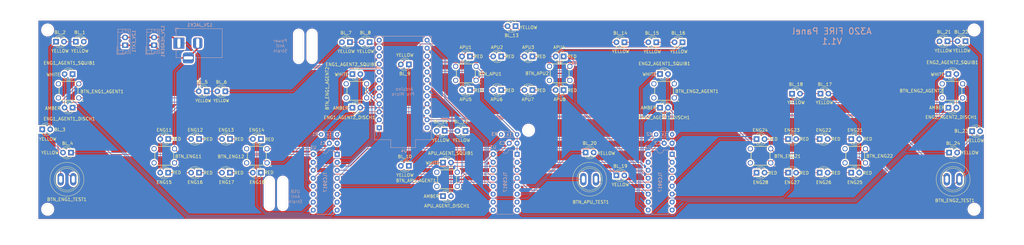
<source format=kicad_pcb>
(kicad_pcb (version 20240108) (generator "pcbnew") (generator_version "8.0")
  (title_block (title "A320 FIRE Panel") (date "2024-11-17") (rev "V1.1") (company "S.K."))
  (layers (0 "F.Cu" signal) (31 "B.Cu" signal) (34 "B.Paste" user) (35 "F.Paste" user) (36 "B.SilkS" user "B.Silkscreen") (37 "F.SilkS" user "F.Silkscreen") (38 "B.Mask" user) (39 "F.Mask" user) (44 "Edge.Cuts" user))
  (net 0 "")
  (net 1 "12V_IN")
  (net 2 "GND")
  (net 3 "APU_AGENT_DISCH")
  (net 4 "APU_AGENT_SQUIB")
  (net 5 "+5V")
  (net 6 "BL_APU_1")
  (net 7 "Net-(APU5-K)")
  (net 8 "Net-(BL_1-K)")
  (net 9 "Net-(BL_2-K)")
  (net 10 "Net-(BL_3-K)")
  (net 11 "BACKLIGHT_1")
  (net 12 "BACKLIGHT_2")
  (net 13 "Net-(BL_10-A)")
  (net 14 "Net-(BL_10-K)")
  (net 15 "Net-(BL_11-K)")
  (net 16 "BACKLIGHT_3")
  (net 17 "Net-(BL_13-K)")
  (net 18 "Net-(BL_14-K)")
  (net 19 "Net-(BL_15-K)")
  (net 20 "BACKLIGHT_4")
  (net 21 "BACKLIGHT_5")
  (net 22 "Net-(APU6-K)")
  (net 23 "ENG1_AGENT1_DISCH")
  (net 24 "ENG1_AGENT1_SQUIB")
  (net 25 "ENG1_AGENT2_DISCH")
  (net 26 "ENG1_AGENT2_SQUIB")
  (net 27 "ENG2_AGENT1_DISCH")
  (net 28 "ENG2_AGENT1_SQUIB")
  (net 29 "ENG2_AGENT2_DISCH")
  (net 30 "ENG2_AGENT2_SQUIB")
  (net 31 "BTN_ENG2_TEST")
  (net 32 "BTN_APU")
  (net 33 "BTN_ENG1_TEST")
  (net 34 "BTN_ENG2_AGENT2")
  (net 35 "BTN_APU_TEST")
  (net 37 "BTN_ENG1_AGENT2")
  (net 38 "BTN_ENG1_AGENT1")
  (net 39 "BTN_ENG2_AGENT1")
  (net 41 "BTN_APU_AGENT")
  (net 48 "Net-(U3-R-EXT)")
  (net 49 "OUT_BRT_LED")
  (net 51 "BTN_ENG2")
  (net 53 "BTN_ENG1")
  (net 57 "Net-(U2-R-EXT)")
  (net 60 "OUT_BRT_BACK")
  (net 62 "Net-(U1-R-EXT)")
  (net 71 "OSH_DOUT1")
  (net 72 "OSH_CLOCK")
  (net 73 "OSH_DATA")
  (net 74 "OSH_LATCH")
  (net 75 "OSH_DOUT2")
  (net 76 "Net-(APU1-K)")
  (net 77 "Net-(APU2-K)")
  (net 78 "Net-(APU3-K)")
  (net 79 "Net-(ENG11-K)")
  (net 80 "Net-(ENG12-K)")
  (net 81 "Net-(ENG13-K)")
  (net 82 "Net-(ENG21-K)")
  (net 83 "Net-(ENG22-K)")
  (net 84 "Net-(ENG23-K)")
  (net 85 "Net-(BL_21-K)")
  (net 86 "Net-(BL_22-K)")
  (net 87 "Net-(BL_23-K)")
  (net 88 "BACKLIGHT_6")
  (net 89 "Net-(BL_5-K)")
  (net 90 "Net-(BL_6-K)")
  (net 91 "Net-(BL_7-K)")
  (net 92 "Net-(BL_17-K)")
  (net 93 "Net-(BL_18-K)")
  (net 94 "Net-(BL_19-K)")
  (net 96 "Net-(APU7-K)")
  (net 97 "BL_APU_2")
  (net 98 "BL_ENG1_1")
  (net 103 "Net-(ENG15-K)")
  (net 104 "Net-(ENG16-K)")
  (net 105 "Net-(ENG17-K)")
  (net 106 "BL_ENG1_2")
  (net 107 "BL_ENG2_1")
  (net 108 "Net-(ENG25-K)")
  (net 109 "Net-(ENG26-K)")
  (net 110 "Net-(ENG27-K)")
  (net 111 "BL_ENG2_2")
  (footprint "LED_THT:LED_D3.0mm" (layer "F.Cu") (at 61.2394 104.5464)
    (property "Reference" "BL_3")
    (property "Value" "YELLOW")
  )
  (footprint "LED_THT:LED_D3.0mm" (layer "F.Cu") (at 111.1918 107.62 180)
    (property "Reference" "ENG12")
    (property "Value" "RED")
  )
  (footprint "LED_THT:LED_D3.0mm" (layer "F.Cu") (at 70.3884 111.9632 180)
    (property "Reference" "BL_4")
    (property "Value" "YELLOW")
  )
  (footprint "LED_THT:LED_D3.0mm" (layer "F.Cu") (at 298.7193 107.6452)
    (property "Reference" "ENG23")
    (property "Value" "RED")
  )
  (footprint "LED_THT:LED_D3.0mm" (layer "F.Cu") (at 308.7675 118.364)
    (property "Reference" "ENG26")
    (property "Value" "RED")
  )
  (footprint "LED_THT:LED_D3.0mm" (layer "F.Cu") (at 121.0236 107.62 180)
    (property "Reference" "ENG13")
    (property "Value" "RED")
  )
  (footprint "SamacSys_Parts:B3F1000" (layer "F.Cu") (at 225.9838 86.6801)
    (property "Reference" "BTN_APU2")
    (property "Value" "B3F-1055" (hide yes))
  )
  (footprint "LED_THT:LED_D3.0mm" (layer "F.Cu") (at 246.6136 76.7588 180)
    (property "Reference" "BL_14")
    (property "Value" "YELLOW")
  )
  (footprint "LED_THT:LED_D3.0mm" (layer "F.Cu") (at 349.9816 111.9632)
    (property "Reference" "BL_24")
    (property "Value" "YELLOW")
  )
  (footprint "LED_THT:LED_D3.0mm" (layer "F.Cu") (at 177.9574 83.82 180)
    (property "Reference" "BL_9")
    (property "Value" "YELLOW")
  )
  (footprint "SamacSys_Parts:B3F1000" (layer "F.Cu") (at 320.0936 112.9945)
    (property "Reference" "BTN_ENG22")
    (property "Value" "B3F-1055" (hide yes))
  )
  (footprint "LED_THT:LED_D3.0mm" (layer "F.Cu") (at 71.9278 76.581)
    (property "Reference" "BL_1")
    (property "Value" "YELLOW")
  )
  (footprint "LED_THT:LED_D3.0mm" (layer "F.Cu") (at 298.7193 118.364)
    (property "Reference" "ENG27")
    (property "Value" "RED")
  )
  (footprint "LED_THT:LED_D3.0mm" (layer "F.Cu") (at 207.3765 81.28 180)
    (property "Reference" "APU2")
    (property "Value" "RED")
  )
  (footprint "LED_THT:LED_D3.0mm" (layer "F.Cu") (at 349.758 86.8934)
    (property "Reference" "ENG2_AGENT2_SQUIB1")
    (property "Value" "WHITE")
  )
  (footprint "SamacSys_Parts:B3F1000" (layer "F.Cu") (at 351.0292 92.2634)
    (property "Reference" "BTN_ENG2_AGENT2")
    (property "Value" "B3F-1055" (hide yes))
  )
  (footprint "LED_THT:LED_D3.0mm" (layer "F.Cu") (at 165.481 76.7334 180)
    (property "Reference" "BL_8")
    (property "Value" "YELLOW")
  )
  (footprint "LED_THT:LED_D3.0mm" (layer "F.Cu") (at 318.8158 107.6452)
    (property "Reference" "ENG21")
    (property "Value" "RED")
  )
  (footprint "LED_THT:LED_D3.0mm" (layer "F.Cu") (at 308.7675 107.6452)
    (property "Reference" "ENG22")
    (property "Value" "RED")
  )
  (footprint "SamacSys_Parts:B3F1000" (layer "F.Cu") (at 161.2646 92.2634)
    (property "Reference" "BTN_ENG1_AGENT2")
    (property "Value" "B3F-1055" (hide yes))
  )
  (footprint "LED_THT:LED_D3.0mm" (layer "F.Cu") (at 188.844 125.857)
    (property "Reference" "APU_AGENT_DISCH1")
    (property "Value" "AMBER")
  )
  (footprint "LED_THT:LED_D3.0mm" (layer "F.Cu") (at 227.251 81.28 180)
    (property "Reference" "APU4")
    (property "Value" "RED")
  )
  (footprint "LED_THT:LED_D3.0mm" (layer "F.Cu") (at 349.4582 76.454 180)
    (property "Reference" "BL_21")
    (property "Value" "YELLOW")
  )
  (footprint "LED_THT:LED_D3.0mm" (layer "F.Cu") (at 207.3765 92.0089 180)
    (property "Reference" "APU6")
    (property "Value" "RED")
  )
  (footprint "LED_THT:LED_D3.0mm" (layer "F.Cu") (at 189.3874 105.029 180)
    (property "Reference" "BL_11")
    (property "Value" "YELLOW")
  )
  (footprint "SamacSys_Parts:B3F1000" (layer "F.Cu") (at 69.6214 92.2634)
    (property "Reference" "BTN_ENG1_AGENT1")
    (property "Value" "B3F-1055" (hide yes))
  )
  (footprint "My:SW-Push" (layer "F.Cu") (at 351.2566 120.4722)
    (property "Reference" "BTN_ENG2_TEST1")
    (property "Value" "Push Button" (hide yes))
  )
  (footprint "LED_THT:LED_D3.0mm" (layer "F.Cu") (at 197.4392 92.0089 180)
    (property "Reference" "APU5")
    (property "Value" "RED")
  )
  (footprint "LED_THT:LED_D3.0mm" (layer "F.Cu") (at 195.9914 105.0798 180)
    (property "Reference" "BL_12")
    (property "Value" "YELLOW")
  )
  (footprint "LED_THT:LED_D3.0mm" (layer "F.Cu") (at 197.4392 81.28 180)
    (property "Reference" "APU1")
    (property "Value" "RED")
  )
  (footprint "LED_THT:LED_D3.0mm" (layer "F.Cu") (at 244.0382 119.2276)
    (property "Reference" "BL_19")
    (property "Value" "YELLOW")
  )
  (footprint "SamacSys_Parts:B3F1000" (layer "F.Cu") (at 259.2352 92.2634)
    (property "Reference" "BTN_ENG2_AGENT1")
    (property "Value" "B3F-1055" (hide yes))
  )
  (footprint "LED_THT:LED_D3.0mm" (layer "F.Cu") (at 234.2592 111.9378)
    (property "Reference" "BL_20")
    (property "Value" "YELLOW")
  )
  (footprint "LED_THT:LED_D3.0mm" (layer "F.Cu") (at 177.9524 116.205 180)
    (property "Reference" "BL_10")
    (property "Value" "YELLOW")
  )
  (footprint "LED_THT:LED_D3.0mm" (layer "F.Cu") (at 288.671 118.364)
    (property "Reference" "ENG28")
    (property "Value" "RED")
  )
  (footprint "LED_THT:LED_D3.0mm" (layer "F.Cu") (at 227.251 92.0089 180)
    (property "Reference" "APU8")
    (property "Value" "RED")
  )
  (footprint "LED_THT:LED_D3.0mm" (layer "F.Cu") (at 121.0036 118.364 180)
    (property "Reference" "ENG17")
    (property "Value" "RED")
  )
  (footprint "LED_THT:LED_D3.0mm" (layer "F.Cu") (at 159.9846 86.9188)
    (property "Reference" "ENG1_AGENT2_SQUIB1")
    (property "Value" "WHITE")
  )
  (footprint "LED_THT:LED_D3.0mm" (layer "F.Cu") (at 318.8158 118.364)
    (property "Reference" "ENG25")
    (property "Value" "RED")
  )
  (footprint "LED_THT:LED_D3.0mm" (layer "F.Cu") (at 257.937 86.8934)
    (property "Reference" "ENG2_AGENT1_SQUIB1")
    (property "Value" "WHITE")
  )
  (footprint "LED_THT:LED_D3.0mm" (layer "F.Cu") (at 111.1718 118.364 180)
    (property "Reference" "ENG16")
    (property "Value" "RED")
  )
  (footprint "SamacSys_Parts:B3F1000" (layer "F.Cu") (at 190.1218 120.4875)
    (property "Reference" "BTN_APU_AGENT1")
    (property "Value" "B3F-1055" (hide yes))
  )
  (footprint "SamacSys_Parts:B3F1000" (layer "F.Cu") (at 100.0992 112.9945)
    (property "Reference" "BTN_ENG11")
    (property "Value" "B3F-1055" (hide yes))
  )
  (footprint "LED_THT:LED_D3.0mm" (layer "F.Cu") (at 101.34 118.364 180)
    (property "Reference" "ENG15")
    (property "Value" "RED")
  )
  (footprint "LED_THT:LED_D3.0mm" (layer "F.Cu") (at 299.974 93.1672)
    (property "Reference" "BL_18")
    (property "Value" "YELLOW")
  )
  (footprint "LED_THT:LED_D3.0mm" (layer "F.Cu") (at 130.8354 118.364 180)
    (property "Reference" "ENG18")
    (property "Value" "RED")
  )
  (footprint "LED_THT:LED_D3.0mm" (layer "F.Cu") (at 70.8914 97.6122 180)
    (property "Reference" "ENG1_AGENT1_DISCH1")
    (property "Value" "AMBER")
  )
  (footprint "LED_THT:LED_D3.0mm" (layer "F.Cu") (at 188.844 115.1382)
    (property "Reference" "APU_AGENT_SQUIB1")
    (property "Value" "WHITE")
  )
  (footprint "SamacSys_Parts:B3F1000" (layer "F.Cu") (at 129.5654 112.9945)
    (property "Reference" "BTN_ENG12")
    (property "Value" "B3F-1055" (hide yes))
  )
  (footprint "LED_THT:LED_D3.0mm" (layer "F.Cu") (at 256.7482 76.7588 180)
    (property "Reference" "BL_15")
    (property "Value" "YELLOW")
  )
  (footprint "LED_THT:LED_D3.0mm" (layer "F.Cu") (at 130.8554 107.62 180)
    (property "Reference" "ENG14")
    (property "Value" "RED")
  )
  (footprint "LED_THT:LED_D3.0mm" (layer "F.Cu") (at 355.1986 76.4286 180)
    (property "Reference" "BL_22")
    (property "Value" "YELLOW")
  )
  (footprint "LED_THT:LED_D3.0mm" (layer "F.Cu") (at 288.671 107.6452)
    (property "Reference" "ENG24")
    (property "Value" "RED")
  )
  (footprint "SamacSys_Parts:B3F1000" (layer "F.Cu") (at 289.9438 112.9945)
    (property "Reference" "BTN_ENG21")
    (property "Value" "B3F-1055" (hide yes))
  )
  (footprint "LED_THT:LED_D3.0mm" (layer "F.Cu") (at 257.937 97.6376)
    (property "Reference" "ENG2_AGENT1_DISCH1")
    (property "Value" "AMBER")
  )
  (footprint "LED_THT:LED_D3.0mm" (layer "F.Cu") (at 217.3137 81.28 180)
    (property "Reference" "APU3")
    (property "Value" "RED")
  )
  (footprint "LED_THT:LED_D3.0mm" (layer "F.Cu") (at 349.758 97.6376)
    (property "Reference" "ENG2_AGENT2_DISCH1")
    (property "Value" "AMBER")
  )
  (footprint "LED_THT:LED_D3.0mm" (layer "F.Cu") (at 211.9426 71.628 180)
    (property "Reference" "BL_13")
    (property "Value" "YELLOW")
  )
  (footprint "LED_THT:LED_D3.0mm" (layer "F.Cu") (at 119.5324 92.4306 180)
    (property "Reference" "BL_6")
    (property "Value" "YELLOW")
  )
  (footprint "LED_THT:LED_D3.0mm" (layer "F.Cu") (at 159.9846 97.6376)
    (property "Reference" "ENG1_AGENT2_DISCH1")
    (property "Value" "AMBER")
  )
  (footprint "LED_THT:LED_D3.0mm" (layer "F.Cu") (at 113.6142 92.4052 180)
    (property "Reference" "BL_5")
    (property "Value" "YELLOW")
  )
  (footprint "LED_THT:LED_D3.0mm" (layer "F.Cu") (at 70.8914 86.9188 180)
    (property "Reference" "ENG1_AGENT1_SQUIB1")
    (property "Value" "WHITE")
  )
  (footprint "LED_THT:LED_D3.0mm" (layer "F.Cu") (at 265.1048 76.7588 180)
    (property "Reference" "BL_16")
    (property "Value" "YELLOW")
  )
  (footprint "LED_THT:LED_D3.0mm" (layer "F.Cu") (at 159.2072 76.7334 180)
    (property "Reference" "BL_7")
    (property "Value" "YELLOW")
  )
  (footprint "SamacSys_Parts:B3F1000" (layer "F.Cu") (at 196.1162 86.6801)
    (property "Reference" "BTN_APU1")
    (property "Value" "B3F-1055" (hide yes))
  )
  (footprint "My:SW-Push" (layer "F.Cu") (at 235.5342 120.4722)
    (property "Reference" "BTN_APU_TEST1")
    (property "Value" "Push Button" (hide yes))
  )
  (footprint "My:SW-Push" (layer "F.Cu") (at 69.1134 120.4722 180)
    (property "Reference" "BTN_ENG1_TEST1")
    (property "Value" "Push Button" (hide yes))
  )
  (footprint "LED_THT:LED_D3.0mm" (layer "F.Cu") (at 217.3137 92.0089 180)
    (property "Reference" "APU7")
    (property "Value" "RED")
  )
  (footprint "LED_THT:LED_D3.0mm" (layer "F.Cu") (at 309.0164 93.1418)
    (property "Reference" "BL_17")
    (property "Value" "YELLOW")
  )
  (footprint "LED_THT:LED_D3.0mm" (layer "F.Cu") (at 101.36 107.62 180)
    (property "Reference" "ENG11")
    (property "Value" "RED")
  )
  (footprint "LED_THT:LED_D3.0mm" (layer "F.Cu") (at 65.6286 76.581)
    (property "Reference" "BL_2")
    (property "Value" "YELLOW")
  )
  (footprint "LED_THT:LED_D3.0mm" (layer "F.Cu") (at 357.3222 105.156)
    (property "Reference" "BL_23")
    (property "Value" "YELLOW")
  )
  (footprint "Resistor_THT:R_Axial_DIN0204_L3.6mm_D1.6mm_P5.08mm_Horizontal" (layer "B.Cu") (at 256.7078 106.1616)
    (property "Reference" "R2")
    (property "Value" "1k")
  )
  (footprint "Capacitor_THT:C_Disc_D3.0mm_W1.6mm_P2.50mm" (layer "B.Cu") (at 259.2678 108.981)
    (property "Reference" "C2")
    (property "Value" "0.1uF Ceramic" (hide yes))
  )
  (footprint "Capacitor_THT:C_Disc_D3.0mm_W1.6mm_P2.50mm" (layer "B.Cu") (at 152.6386 108.981)
    (property "Reference" "C1")
    (property "Value" "0.1uF Ceramic" (hide yes))
  )
  (footprint "Package_DIP:DIP-16_W7.62mm" (layer "B.Cu") (at 155.1332 112.537 180)
    (property "Reference" "U1")
    (property "Value" "TLC5917")
  )
  (footprint "Resistor_THT:R_Axial_DIN0204_L3.6mm_D1.6mm_P5.08mm_Horizontal" (layer "B.Cu") (at 207.3556 106.1616)
    (property "Reference" "R3")
    (property "Value" "1k")
  )
  (footprint "Package_DIP:DIP-16_W7.62mm" (layer "B.Cu") (at 261.7878 112.5116 180)
    (property "Reference" "U2")
    (property "Value" "TLC5917")
  )
  (footprint "Package_DIP:DIP-16_W7.62mm" (layer "B.Cu") (at 212.4356 112.5116 180)
    (property "Reference" "U3")
    (property "Value" "TLC5917")
  )
  (footprint "Connector_JST:JST_EH_B2B-EH-A_1x02_P2.50mm_Vertical" (layer "B.Cu") (at 87.6252 77.7109 90)
    (property "Reference" "12V_EXT1")
    (property "Value" "Pin Header 1x02" (hide yes))
  )
  (footprint "Resistor_THT:R_Axial_DIN0204_L3.6mm_D1.6mm_P5.08mm_Horizontal" (layer "B.Cu") (at 150.0532 106.1616)
    (property "Reference" "R1")
    (property "Value" "1k")
  )
  (footprint "Connector_BarrelJack:BarrelJack_Horizontal" (layer "B.Cu") (at 104.744 77.0459 180)
    (property "Reference" "12V_JACK1")
    (property "Value" "Power Jack" (hide yes))
  )
  (footprint "Capacitor_THT:C_Disc_D3.0mm_W1.6mm_P2.50mm" (layer "B.Cu") (at 209.9156 108.981)
    (property "Reference" "C3")
    (property "Value" "0.1uF Ceramic" (hide yes))
  )
  (footprint "Arduino:Sparkfun_Pro_Micro" (layer "B.Cu") (at 183.769 76.0984 180)
    (property "Reference" "U4")
    (property "Value" "Arduino Pro Micro" (hide yes))
  )
  (footprint "Connector_JST:JST_EH_B2B-EH-A_1x02_P2.50mm_Vertical" (layer "B.Cu") (at 96.8406 77.7109 90)
    (property "Reference" "12V_HEADER1")
    (property "Value" "Pin Header 1x02" (hide yes))
  )
  (gr_line (start 139.18 128.80342) (end 139.18 121.13658) (stroke (width 0.05)) (layer "Edge.Cuts"))
  (gr_arc (start 148.48961 81.88561) (mid 147.14462 83.2306) (end 145.79963 81.88561) (stroke (width 0.05)) (layer "Edge.Cuts"))
  (gr_circle (center 357.937 130.048) (end 359.537 130.048) (stroke (width 0.05)) (fill none) (layer "Edge.Cuts"))
  (gr_line (start 134.91159 128.79946) (end 134.91159 121.13262) (stroke (width 0.05)) (layer "Edge.Cuts"))
  (gr_line (start 136.49002 128.80738) (end 136.49002 121.13658) (stroke (width 0.05)) (layer "Edge.Cuts"))
  (gr_arc (start 134.9128 128.79946) (mid 133.56781 130.14448) (end 132.22282 128.79946) (stroke (width 0.05)) (layer "Edge.Cuts"))
  (gr_circle (center 216.0778 104.8258) (end 217.6778 104.8258) (stroke (width 0.05)) (fill none) (layer "Edge.Cuts"))
  (gr_line (start 132.22161 128.80342) (end 132.22161 121.13262) (stroke (width 0.05)) (layer "Edge.Cuts"))
  (gr_arc (start 139.18121 128.80342) (mid 137.83622 130.14839) (end 136.49123 128.80342) (stroke (width 0.05)) (layer "Edge.Cuts"))
  (gr_arc (start 145.79842 74.21877) (mid 147.14341 72.87381) (end 148.4884 74.21877) (stroke (width 0.05)) (layer "Edge.Cuts"))
  (gr_arc (start 136.49002 121.13658) (mid 137.83501 119.7916) (end 139.18 121.13658) (stroke (width 0.05)) (layer "Edge.Cuts"))
  (gr_line (start 141.53001 81.88962) (end 141.53001 74.21882) (stroke (width 0.05)) (layer "Edge.Cuts"))
  (gr_circle (center 357.937 72.8472) (end 359.537 72.8472) (stroke (width 0.05)) (fill none) (layer "Edge.Cuts"))
  (gr_circle (center 62.9666 72.8472) (end 64.5666 72.8472) (stroke (width 0.05)) (fill none) (layer "Edge.Cuts"))
  (gr_circle (center 62.9666 130.048) (end 64.5666 130.048) (stroke (width 0.05)) (fill none) (layer "Edge.Cuts"))
  (gr_arc (start 144.2212 81.88566) (mid 142.87621 83.2307) (end 141.53122 81.88566) (stroke (width 0.05)) (layer "Edge.Cuts"))
  (gr_arc (start 141.53001 74.21882) (mid 142.875 72.87381) (end 144.21999 74.21882) (stroke (width 0.05)) (layer "Edge.Cuts"))
  (gr_line (start 144.21999 81.88566) (end 144.21999 74.21882) (stroke (width 0.05)) (layer "Edge.Cuts"))
  (gr_arc (start 132.22161 121.13262) (mid 133.5666 119.78759) (end 134.91159 121.13262) (stroke (width 0.05)) (layer "Edge.Cuts"))
  (gr_line (start 145.79842 81.88957) (end 145.79842 74.21877) (stroke (width 0.05)) (layer "Edge.Cuts"))
  (gr_rect (start 59.5122 69.3753) (end 361.5122 133.6185) (stroke (width 0.05)) (fill none) (layer "Edge.Cuts"))
  (gr_line (start 148.4884 81.88561) (end 148.4884 74.21877) (stroke (width 0.05)) (layer "Edge.Cuts"))
  (gr_text "Power\nAnti\nStrain" (at 137.00881 80.10371 0) (layer "B.SilkS") (effects (font (size 1 1) (thickness 0.1)) (justify bottom mirror)))
  (gr_text "${TITLE}\n${REVISION}" (at 312.65 77.63 0) (layer "B.SilkS") (effects (font (size 2 2) (thickness 0.25)) (justify bottom mirror)))
  (gr_text "USB\nAnti\nStrain" (at 141.87581 128.18182 0) (layer "B.SilkS") (effects (font (size 1 1) (thickness 0.1)) (justify bottom mirror)))
  (gr_text "Arduino \nPro Micro" (at 176.1186 93.8784 0) (layer "B.SilkS") (effects (font (size 1 1) (thickness 0.1)) (justify bottom mirror)))
  (segment (start 175.4174 83.82) (end 181.9474 77.29) (width 0.2) (layer "F.Cu") (net 1))
  (segment (start 109.148886 92.4052) (end 111.0742 92.4052) (width 0.2) (layer "F.Cu") (net 1))
  (segment (start 96.8406 75.2109) (end 102.909 75.2109) (width 0.5) (layer "F.Cu") (net 1))
  (segment (start 111.0742 92.4052) (end 111.0742 90.5658) (width 0.2) (layer "F.Cu") (net 1))
  (segment (start 87.6252 75.2109) (end 75.8379 75.2109) (width 0.2) (layer "F.Cu") (net 1))
  (segment (start 98.82 107.62) (end 98.82 102.734086) (width 0.2) (layer "F.Cu") (net 1))
  (segment (start 102.909 75.2109) (end 104.744 77.0459) (width 0.5) (layer "F.Cu") (net 1))
  (segment (start 311.5564 93.1418) (end 330.2304 93.1418) (width 0.2) (layer "F.Cu") (net 1))
  (segment (start 98.82 102.734086) (end 109.148886 92.4052) (width 0.2) (layer "F.Cu") (net 1))
  (segment (start 209.4026 71.628) (end 216.1137 78.3391) (width 0.2) (layer "F.Cu") (net 1))
  (segment (start 174.249 84.9884) (end 175.4174 83.82) (width 0.2) (layer "F.Cu") (net 1))
  (segment (start 181.9474 77.29) (end 190.9092 77.29) (width 0.2) (layer "F.Cu") (net 1))
  (segment (start 75.8379 75.2109) (end 74.4678 76.581) (width 0.2) (layer "F.Cu") (net 1))
  (segment (start 190.9092 77.29) (end 194.8992 81.28) (width 0.2) (layer "F.Cu") (net 1))
  (segment (start 204.5512 71.628) (end 209.4026 71.628) (width 0.2) (layer "F.Cu") (net 1))
  (segment (start 96.8406 75.2109) (end 87.6252 75.2109) (width 0.5) (layer "F.Cu") (net 1))
  (segment (start 116.6516 84.9884) (end 174.249 84.9884) (width 0.2) (layer "F.Cu") (net 1))
  (segment (start 194.8992 81.28) (end 204.5512 71.628) (width 0.2) (layer "F.Cu") (net 1))
  (segment (start 111.0742 90.5658) (end 116.6516 84.9884) (width 0.2) (layer "F.Cu") (net 1))
  (segment (start 330.2304 93.1418) (end 346.9182 76.454) (width 0.2) (layer "F.Cu") (net 1))
  (segment (start 216.1137 78.3391) (end 296.7537 78.3391) (width 0.2) (layer "F.Cu") (net 1))
  (segment (start 296.7537 78.3391) (end 311.5564 93.1418) (width 0.2) (layer "F.Cu") (net 1))
  (segment (start 106.9759 77.0459) (end 104.744 77.0459) (width 0.2) (layer "B.Cu") (net 1))
  (segment (start 321.3558 102.9412) (end 311.5564 93.1418) (width 0.2) (layer "B.Cu") (net 1))
  (segment (start 321.3558 107.6452) (end 321.3558 118.364) (width 0.2) (layer "B.Cu") (net 1))
  (segment (start 321.3558 107.6452) (end 321.3558 102.9412) (width 0.2) (layer "B.Cu") (net 1))
  (segment (start 194.8992 92.0089) (end 194.8992 81.28) (width 0.2) (layer "B.Cu") (net 1))
  (segment (start 111.0742 81.1442) (end 106.9759 77.0459) (width 0.2) (layer "B.Cu") (net 1))
  (segment (start 98.8 118.364) (end 98.8 107.64) (width 0.2) (layer "B.Cu") (net 1))
  (segment (start 111.0742 92.4052) (end 111.0742 81.1442) (width 0.2) (layer "B.Cu") (net 1))
  (segment (start 335.6091 123.01) (end 323.3436 110.7445) (width 0.2) (layer "F.Cu") (net 2))
  (segment (start 181.229 98.9584) (end 183.769 101.4984) (width 0.2) (layer "F.Cu") (net 2))
  (segment (start 67.1134 120.4722) (end 67.1134 117.037886) (width 0.2) (layer "F.Cu") (net 2))
  (segment (start 107.744 81.7459) (end 110.744 78.7459) (width 0.5) (layer "F.Cu") (net 2))
  (segment (start 168.529 98.9584) (end 181.229 98.9584) (width 0.2) (layer "F.Cu") (net 2))
  (segment (start 85.1739 77.7109) (end 72.8714 90.0134) (width 0.2) (layer "F.Cu") (net 2))
  (segment (start 238.442 121.38) (end 257.93 121.38) (width 0.2) (layer "F.Cu") (net 2))
  (segment (start 104.7417 112.137) (end 131.4229 112.137) (width 0.2) (layer "F.Cu") (net 2))
  (segment (start 107.744 81.7459) (end 100.8756 81.7459) (width 0.5) (layer "F.Cu") (net 2))
  (segment (start 100.8756 81.7459) (end 96.8406 77.7109) (width 0.5) (layer "F.Cu") (net 2))
  (segment (start 259.862942 83.68) (end 229.9839 83.68) (width 0.2) (layer "F.Cu") (net 2))
  (segment (start 262.4852 90.0134) (end 262.4852 86.302258) (width 0.2) (layer "F.Cu") (net 2))
  (segment (start 96.8406 77.7109) (end 87.6252 77.7109) (width 0.5) (layer "F.Cu") (net 2))
  (segment (start 207.7724 101.4984) (end 212.4356 106.1616) (width 0.2) (layer "F.Cu") (net 2))
  (segment (start 227.8055 85.8584) (end 229.2338 84.4301) (width 0.2) (layer "F.Cu") (net 2))
  (segment (start 132.8154 110.7445) (end 153.3407 110.7445) (width 0.2) (layer "F.Cu") (net 2))
  (segment (start 262.4852 86.302258) (end 259.862942 83.68) (width 0.2) (layer "F.Cu") (net 2))
  (segment (start 183.769 101.4984) (end 207.7724 101.4984) (width 0.2) (layer "F.Cu") (net 2))
  (segment (start 263.49 117.96) (end 263.49 114.2138) (width 0.2) (layer "F.Cu") (net 2))
  (segment (start 237.5342 120.4722) (end 238.442 121.38) (width 0.2) (layer "F.Cu") (net 2))
  (segment (start 293.1938 110.7445) (end 294.7493 112.3) (width 0.2) (layer "F.Cu") (net 2))
  (segment (start 153.3407 110.7445) (end 155.1332 112.537) (width 0.2) (layer "F.Cu") (net 2))
  (segment (start 155.1332 106.1616) (end 162.3364 98.9584) (width 0.2) (layer "F.Cu") (net 2))
  (segment (start 321.7881 112.3) (end 323.3436 110.7445) (width 0.2) (layer "F.Cu") (net 2))
  (segment (start 199.3662 84.4301) (end 200.7945 85.8584) (width 0.2) (layer "F.Cu") (net 2))
  (segment (start 262.58 118.87) (end 263.49 117.96) (width 0.2) (layer "F.Cu") (net 2))
  (segment (start 110.744 78.7459) (end 110.744 77.0459) (width 0.5) (layer "F.Cu") (net 2))
  (segment (start 162.3364 98.9584) (end 168.529 98.9584) (width 0.2) (layer "F.Cu") (net 2))
  (segment (start 260.44 118.87) (end 262.58 118.87) (width 0.2) (layer "F.Cu") (net 2))
  (segment (start 200.7945 85.8584) (end 227.8055 85.8584) (width 0.2) (layer "F.Cu") (net 2))
  (segment (start 66.08 96.8048) (end 72.8714 90.0134) (width 0.2) (layer "F.Cu") (net 2))
  (segment (start 164.5146 92.404) (end 168.529 96.4184) (width 0.2) (layer "F.Cu") (net 2))
  (segment (start 131.4229 112.137) (end 132.8154 110.7445) (width 0.2) (layer "F.Cu") (net 2))
  (segment (start 350.7188 123.01) (end 335.6091 123.01) (width 0.2) (layer "F.Cu") (net 2))
  (segment (start 164.5146 90.0134) (end 164.5146 92.404) (width 0.2) (layer "F.Cu") (net 2))
  (segment (start 67.1134 117.037886) (end 66.08 116.004486) (width 0.2) (layer "F.Cu") (net 2))
  (segment (start 353.2566 120.4722) (end 350.7188 123.01) (width 0.2) (layer "F.Cu") (net 2))
  (segment (start 103.3492 110.7445) (end 104.7417 112.137) (width 0.2) (layer "F.Cu") (net 2))
  (segment (start 87.6252 77.7109) (end 85.1739 77.7109) (width 0.2) (layer "F.Cu") (net 2))
  (segment (start 229.9839 83.68) (end 229.2338 84.4301) (width 0.2) (layer "F.Cu") (net 2))
  (segment (start 66.08 116.004486) (end 66.08 96.8048) (width 0.2) (layer "F.Cu") (net 2))
  (segment (start 263.49 114.2138) (end 261.7878 112.5116) (width 0.2) (layer "F.Cu") (net 2))
  (segment (start 257.93 121.38) (end 260.44 118.87) (width 0.2) (layer "F.Cu") (net 2))
  (segment (start 294.7493 112.3) (end 321.7881 112.3) (width 0.2) (layer "F.Cu") (net 2))
  (segment (start 261.7878 106.1616) (end 261.7878 96.9232) (width 0.2) (layer "B.Cu") (net 2))
  (segment (start 103.3492 110.7445) (end 103.3492 86.1407) (width 0.2) (layer "B.Cu") (net 2))
  (segment (start 201.27 94.996) (end 201.27 86.3339) (width 0.2) (layer "B.Cu") (net 2))
  (segment (start 261.3232 91.1754) (end 262.4852 90.0134) (width 0.2) (layer "B.Cu") (net 2))
  (segment (start 201.27 86.3339) (end 199.3662 84.4301) (width 0.2) (layer "B.Cu") (net 2))
  (segment (start 191.1132 105.43) (end 191.1132 107.121372) (width 0.2) (layer "B.Cu") (net 2))
  (segment (start 261.3232 96.4586) (end 261.3232 91.1754) (width 0.2) (layer "B.Cu") (net 2))
  (segment (start 353.2566 120.4722) (end 355.65 118.0788) (width 0.2) (layer "B.Cu") (net 2))
  (segment (start 212.4156 111.3899) (end 212.4156 108.981) (width 0.2) (layer "B.Cu") (net 2))
  (segment (start 261.7878 96.9232) (end 261.3232 96.4586) (width 0.2) (layer "B.Cu") (net 2))
  (segment (start 212.4356 108.961) (end 212.4356 106.1616) (width 0.2) (layer "B.Cu") (net 2))
  (segment (start 155.1386 108.981) (end 155.1386 112.5316) (width 0.2) (layer "B.Cu") (net 2))
  (segment (start 212.4356 112.5116) (end 212.4356 111.4099) (width 0.2) (layer "B.Cu") (net 2))
  (segment (start 261.7878 108.981) (end 261.7878 106.1616) (width 0.2) (layer "B.Cu") (net 2))
  (segment (start 212.4356 106.1616) (end 201.27 94.996) (width 0.2) (layer "B.Cu") (net 2))
  (segment (start 191.1132 105.81) (end 191.1132 105.43) (width 0.2) (layer "B.Cu") (net 2))
  (segment (start 355.65 91.3842) (end 354.2792 90.0134) (width 0.2) (layer "B.Cu") (net 2))
  (segment (start 191.1132 102.3832) (end 190.2284 101.4984) (width 0.2) (layer "B.Cu") (net 2))
  (segment (start 291.89 106.03) (end 293.1938 107.3338) (width 0.2) (layer "B.Cu") (net 2))
  (segment (start 103.3492 86.1407) (end 107.744 81.7459) (width 0.2) (layer "B.Cu") (net 2))
  (segment (start 190.2284 101.4984) (end 183.769 101.4984) (width 0.2) (layer "B.Cu") (net 2))
  (segment (start 261.7678 108.981) (end 264.7188 106.03) (width 0.2) (layer "B.Cu") (net 2))
  (segment (start 191.1132 105.81) (end 191.1132 107.121372) (width 0.2) (layer "B.Cu") (net 2))
  (segment (start 191.1132 107.121372) (end 193.3718 109.379972) (width 0.2) (layer "B.Cu") (net 2))
  (segment (start 355.65 118.0788) (end 355.65 91.3842) (width 0.2) (layer "B.Cu") (net 2))
  (segment (start 261.7878 112.5116) (end 261.7878 108.981) (width 0.2) (layer "B.Cu") (net 2))
  (segment (start 193.3718 118.2375) (end 193.3718 109.379972) (width 0.2) (layer "B.Cu") (net 2))
  (segment (start 293.1938 107.3338) (end 293.1938 110.7445) (width 0.2) (layer "B.Cu") (net 2))
  (segment (start 168.529 96.4184) (end 168.529 98.9584) (width 0.2) (layer "B.Cu") (net 2))
  (segment (start 155.1332 108.9756) (end 155.1332 106.1616) (width 0.2) (layer "B.Cu") (net 2))
  (segment (start 212.4356 111.4099) (end 212.4156 111.3899) (width 0.2) (layer "B.Cu") (net 2))
  (segment (start 191.1132 105.43) (end 191.1132 102.3832) (width 0.2) (layer "B.Cu") (net 2))
  (segment (start 264.7188 106.03) (end 291.89 106.03) (width 0.2) (layer "B.Cu") (net 2))
  (segment (start 155.1332 125.237) (end 188.224 125.237) (width 0.2) (layer "F.Cu") (net 3))
  (segment (start 178.5012 122.697) (end 186.06 115.1382) (width 0.2) (layer "B.Cu") (net 4))
  (segment (start 186.06 115.1382) (end 188.844 115.1382) (width 0.2) (layer "B.Cu") (net 4))
  (segment (start 155.1332 122.697) (end 178.5012 122.697) (width 0.2) (layer "B.Cu") (net 4))
  (segment (start 191.384 115.1382) (end 202.189 115.1382) (width 0.2) (layer "F.Cu") (net 5))
  (segment (start 162.5246 97.6376) (end 182.5498 97.6376) (width 0.2) (layer "F.Cu") (net 5))
  (segment (start 209.9156 108.981) (end 211.3666 107.53) (width 0.2) (layer "F.Cu") (net 5))
  (segment (start 260.477 97.6376) (end 262.7378 99.8984) (width 0.2) (layer "F.Cu") (net 5))
  (segment (start 213.745741 105.554259) (end 209.289882 101.0984) (width 0.2) (layer "F.Cu") (net 5))
  (segment (start 202.189 115.1382) (end 204.8156 112.5116) (width 0.2) (layer "F.Cu") (net 5))
  (segment (start 257.8168 107.53) (end 259.2678 108.981) (width 0.2) (layer "F.Cu") (net 5))
  (segment (start 211.3666 107.53) (end 213.17 107.53) (width 0.2) (layer "F.Cu") (net 5))
  (segment (start 147.5132 112.537) (end 83.2762 112.537) (width 0.2) (layer "F.Cu") (net 5))
  (segment (start 213.17 107.53) (end 213.745741 106.954259) (width 0.2) (layer "F.Cu") (net 5))
  (segment (start 262.7378 99.8984) (end 350.0372 99.8984) (width 0.2) (layer "F.Cu") (net 5))
  (segment (start 350.0372 99.8984) (end 352.298 97.6376) (width 0.2) (layer "F.Cu") (net 5))
  (segment (start 83.2762 112.537) (end 68.3514 97.6122) (width 0.2) (layer "F.Cu") (net 5))
  (segment (start 182.5498 97.6376) (end 183.769 96.4184) (width 0.2) (layer "F.Cu") (net 5))
  (segment (start 213.17 107.53) (end 257.8168 107.53) (width 0.2) (layer "F.Cu") (net 5))
  (segment (start 188.449 101.0984) (end 183.769 96.4184) (width 0.2) (layer "F.Cu") (net 5))
  (segment (start 213.745741 106.954259) (end 213.745741 105.554259) (width 0.2) (layer "F.Cu") (net 5))
  (segment (start 209.289882 101.0984) (end 188.449 101.0984) (width 0.2) (layer "F.Cu") (net 5))
  (segment (start 147.5132 112.537) (end 149.0826 112.537) (width 0.2) (layer "B.Cu") (net 5))
  (segment (start 259.2678 108.981) (end 257.6984 108.981) (width 0.2) (layer "B.Cu") (net 5))
  (segment (start 152.6386 105.2514) (end 158.1 99.79) (width 0.2) (layer "B.Cu") (net 5))
  (segment (start 152.6386 108.981) (end 152.6386 105.2514) (width 0.2) (layer "B.Cu") (net 5))
  (segment (start 160.3722 99.79) (end 162.5246 97.6376) (width 0.2) (layer "B.Cu") (net 5))
  (segment (start 260.477 97.6376) (end 259.2678 98.8468) (width 0.2) (layer "B.Cu") (net 5))
  (segment (start 191.384 125.857) (end 191.384 115.1382) (width 0.2) (layer "B.Cu") (net 5))
  (segment (start 257.6984 108.981) (end 254.1678 112.5116) (width 0.2) (layer "B.Cu") (net 5))
  (segment (start 352.298 97.6376) (end 352.298 86.8934) (width 0.2) (layer "B.Cu") (net 5))
  (segment (start 68.3514 86.9188) (end 68.3514 97.6122) (width 0.2) (layer "B.Cu") (net 5))
  (segment (start 149.0826 112.537) (end 152.6386 108.981) (width 0.2) (layer "B.Cu") (net 5))
  (segment (start 260.477 97.6376) (end 260.477 86.8934) (width 0.2) (layer "B.Cu") (net 5))
  (segment (start 259.2678 98.8468) (end 259.2678 108.981) (width 0.2) (layer "B.Cu") (net 5))
  (segment (start 162.5246 97.6376) (end 162.5246 86.9188) (width 0.2) (layer "B.Cu") (net 5))
  (segment (start 206.385 112.5116) (end 209.9156 108.981) (width 0.2) (layer "B.Cu") (net 5))
  (segment (start 158.1 99.79) (end 160.3722 99.79) (width 0.2) (layer "B.Cu") (net 5))
  (segment (start 204.8156 112.5116) (end 206.385 112.5116) (width 0.2) (layer "B.Cu") (net 5))
  (segment (start 251.42 125.0038) (end 254.1678 127.7516) (width 0.2) (layer "B.Cu") (net 6))
  (segment (start 229.06 81.28) (end 230.853043 83.073043) (width 0.2) (layer "B.Cu") (net 6))
  (segment (start 227.251 81.28) (end 229.06 81.28) (width 0.2) (layer "B.Cu") (net 6))
  (segment (start 230.853043 83.073043) (end 230.853043 96.246957) (width 0.2) (layer "B.Cu") (net 6))
  (segment (start 230.853043 96.246957) (end 251.42 116.813914) (width 0.2) (layer "B.Cu") (net 6))
  (segment (start 251.42 116.813914) (end 251.42 125.0038) (width 0.2) (layer "B.Cu") (net 6))
  (segment (start 197.4392 92.0089) (end 204.8365 92.0089) (width 0.2) (layer "F.Cu") (net 7))
  (segment (start 68.1686 76.581) (end 71.9278 76.581) (width 0.2) (layer "F.Cu") (net 8))
  (segment (start 63.7794 78.4302) (end 65.6286 76.581) (width 0.2) (layer "B.Cu") (net 9))
  (segment (start 63.7794 104.5464) (end 63.7794 78.4302) (width 0.2) (layer "B.Cu") (net 9))
  (segment (start 61.2394 105.3542) (end 61.2394 104.5464) (width 0.2) (layer "B.Cu") (net 10))
  (segment (start 67.8484 111.9632) (end 61.2394 105.3542) (width 0.2) (layer "B.Cu") (net 10))
  (segment (start 202.274 132.8332) (end 204.8156 130.2916) (width 0.2) (layer "B.Cu") (net 11))
  (segment (start 86.511028 111.9632) (end 107.381028 132.8332) (width 0.2) (layer "B.Cu") (net 11))
  (segment (start 70.3884 111.9632) (end 86.511028 111.9632) (width 0.2) (layer "B.Cu") (net 11))
  (segment (start 107.381028 132.8332) (end 202.274 132.8332) (width 0.2) (layer "B.Cu") (net 11))
  (segment (start 184.404914 77.3) (end 189.36 82.255086) (width 0.2) (layer "B.Cu") (net 12))
  (segment (start 189.33 85.29) (end 189.33 95.2) (width 0.2) (layer "B.Cu") (net 12))
  (segment (start 189.36 82.255086) (end 189.36 85.26) (width 0.2) (layer "B.Cu") (net 12))
  (segment (start 166.0476 77.3) (end 184.404914 77.3) (width 0.2) (layer "B.Cu") (net 12))
  (segment (start 202.57 108.44) (end 202.57 120.426) (width 0.2) (layer "B.Cu") (net 12))
  (segment (start 189.36 85.26) (end 189.33 85.29) (width 0.2) (layer "B.Cu") (net 12))
  (segment (start 189.33 95.2) (end 202.57 108.44) (width 0.2) (layer "B.Cu") (net 12))
  (segment (start 202.57 120.426) (end 204.8156 122.6716) (width 0.2) (layer "B.Cu") (net 12))
  (segment (start 177.9574 113.66) (end 177.9574 83.82) (width 0.2) (layer "B.Cu") (net 13))
  (segment (start 175.4124 116.205) (end 177.9574 113.66) (width 0.2) (layer "B.Cu") (net 13))
  (segment (start 177.9524 116.205) (end 186.8474 107.31) (width 0.2) (layer "B.Cu") (net 14))
  (segment (start 186.8474 107.31) (end 186.8474 105.029) (width 0.2) (layer "B.Cu") (net 14))
  (segment (start 190.6399 105.0798) (end 190.5891 105.029) (width 0.2) (layer "F.Cu") (net 15))
  (segment (start 193.4514 105.0798) (end 190.6399 105.0798) (width 0.2) (layer "F.Cu") (net 15))
  (segment (start 189.3874 105.029) (end 190.5891 105.029) (width 0.2) (layer "F.Cu") (net 15))
  (segment (start 195.9914 105.0798) (end 198.644114 105.0798) (width 0.2) (layer "B.Cu") (net 16))
  (segment (start 198.644114 105.0798) (end 202.17 108.605686) (width 0.2) (layer "B.Cu") (net 16))
  (segment (start 202.17 122.566) (end 204.8156 125.2116) (width 0.2) (layer "B.Cu") (net 16))
  (segment (start 202.17 108.605686) (end 202.17 122.566) (width 0.2) (layer "B.Cu") (net 16))
  (segment (start 244.0736 76.7588) (end 217.1288 76.7588) (width 0.2) (layer "F.Cu") (net 17))
  (segment (start 217.1288 76.7588) (end 211.998 71.628) (width 0.2) (layer "F.Cu") (net 17))
  (segment (start 254.2082 76.7588) (end 246.6136 76.7588) (width 0.2) (layer "F.Cu") (net 18))
  (segment (start 262.5648 76.7588) (end 256.7482 76.7588) (width 0.2) (layer "F.Cu") (net 19))
  (segment (start 225.981 115.047628) (end 225.981 80.15) (width 0.2) (layer "B.Cu") (net 20))
  (segment (start 262.8936 78.97) (end 265.1048 76.7588) (width 0.2) (layer "B.Cu") (net 20))
  (segment (start 218.357028 122.6716) (end 225.981 115.047628) (width 0.2) (layer "B.Cu") (net 20))
  (segment (start 227.161 78.97) (end 262.8936 78.97) (width 0.2) (layer "B.Cu") (net 20))
  (segment (start 225.981 80.15) (end 227.161 78.97) (width 0.2) (layer "B.Cu") (net 20))
  (segment (start 212.4356 122.6716) (end 218.357028 122.6716) (width 0.2) (layer "B.Cu") (net 20))
  (segment (start 212.4356 125.2116) (end 216.382714 125.2116) (width 0.2) (layer "B.Cu") (net 21))
  (segment (start 216.382714 125.2116) (end 229.656514 111.9378) (width 0.2) (layer "B.Cu") (net 21))
  (segment (start 229.656514 111.9378) (end 234.2592 111.9378) (width 0.2) (layer "B.Cu") (net 21))
  (segment (start 214.7737 92.0089) (end 207.3765 92.0089) (width 0.2) (layer "F.Cu") (net 22))
  (segment (start 72.725714 97.6122) (end 107.515014 132.4015) (width 0.2) (layer "B.Cu") (net 23))
  (segment (start 107.515014 132.4015) (end 153.0487 132.4015) (width 0.2) (layer "B.Cu") (net 23))
  (segment (start 70.8914 97.6122) (end 72.725714 97.6122) (width 0.2) (layer "B.Cu") (net 23))
  (segment (start 153.0487 132.4015) (end 155.1332 130.317) (width 0.2) (layer "B.Cu") (net 23))
  (segment (start 70.8914 95.2122) (end 107.6807 132.0015) (width 0.2) (layer "B.Cu") (net 24))
  (segment (start 70.8914 86.9188) (end 70.8914 95.2122) (width 0.2) (layer "B.Cu") (net 24))
  (segment (start 150.9087 132.0015) (end 155.1332 127.777) (width 0.2) (layer "B.Cu") (net 24))
  (segment (start 107.6807 132.0015) (end 150.9087 132.0015) (width 0.2) (layer "B.Cu") (net 24))
  (segment (start 156.8924 97.6376) (end 145.64 108.89) (width 0.2) (layer "B.Cu") (net 25))
  (segment (start 145.64 120.8238) (end 147.5132 122.697) (width 0.2) (layer "B.Cu") (net 25))
  (segment (start 145.64 108.89) (end 145.64 120.8238) (width 0.2) (layer "B.Cu") (net 25))
  (segment (start 159.9846 97.6376) (end 156.8924 97.6376) (width 0.2) (layer "B.Cu") (net 25))
  (segment (start 156.551193 97.413121) (end 156.551193 88.691193) (width 0.2) (layer "B.Cu") (net 26))
  (segment (start 158.323586 86.9188) (end 156.551193 88.691193) (width 0.2) (layer "B.Cu") (net 26))
  (segment (start 145.24 108.724314) (end 145.24 122.9638) (width 0.2) (layer "B.Cu") (net 26))
  (segment (start 159.9846 86.9188) (end 158.323586 86.9188) (width 0.2) (layer "B.Cu") (net 26))
  (segment (start 145.24 108.724314) (end 156.551193 97.413121) (width 0.2) (layer "B.Cu") (net 26))
  (segment (start 145.24 122.9638) (end 147.5132 125.237) (width 0.2) (layer "B.Cu") (net 26))
  (segment (start 257.937 97.6376) (end 256.837 97.6376) (width 0.2) (layer "B.Cu") (net 27))
  (segment (start 252.22 102.2546) (end 252.22 120.7238) (width 0.2) (layer "B.Cu") (net 27))
  (segment (start 256.837 97.6376) (end 252.22 102.2546) (width 0.2) (layer "B.Cu") (net 27))
  (segment (start 252.22 120.7238) (end 254.1678 122.6716) (width 0.2) (layer "B.Cu") (net 27))
  (segment (start 251.82 122.8638) (end 254.1678 125.2116) (width 0.2) (layer "B.Cu") (net 28))
  (segment (start 251.82 91.311986) (end 251.82 122.8638) (width 0.2) (layer "B.Cu") (net 28))
  (segment (start 257.937 86.8934) (end 256.238586 86.8934) (width 0.2) (layer "B.Cu") (net 28))
  (segment (start 256.238586 86.8934) (end 251.82 91.311986) (width 0.2) (layer "B.Cu") (net 28))
  (segment (start 264.7994 127.28) (end 320.1156 127.28) (width 0.2) (layer "B.Cu") (net 29))
  (segment (start 320.1156 127.28) (end 349.758 97.6376) (width 0.2) (layer "B.Cu") (net 29))
  (segment (start 261.7878 130.2916) (end 264.7994 127.28) (width 0.2) (layer "B.Cu") (net 29))
  (segment (start 319.949914 126.88) (end 262.6594 126.88) (width 0.2) (layer "B.Cu") (net 30))
  (segment (start 349.758 86.8934) (end 348.5563 86.8934) (width 0.2) (layer "B.Cu") (net 30))
  (segment (start 346.10485 89.34485) (end 346.10485 100.725064) (width 0.2) (layer "B.Cu") (net 30))
  (segment (start 348.5563 86.8934) (end 346.10485 89.34485) (width 0.2) (layer "B.Cu") (net 30))
  (segment (start 262.6594 126.88) (end 261.7878 127.7516) (width 0.2) (layer "B.Cu") (net 30))
  (segment (start 346.10485 100.725064) (end 319.949914 126.88) (width 0.2) (layer "B.Cu") (net 30))
  (segment (start 329.0828 100.2984) (end 349.2566 120.4722) (width 0.2) (layer "F.Cu") (net 31))
  (segment (start 195.913365 100.2984) (end 329.0828 100.2984) (width 0.2) (layer "F.Cu") (net 31))
  (segment (start 185.392482 89.777518) (end 195.913365 100.2984) (width 0.2) (layer "F.Cu") (net 31))
  (segment (start 183.769 86.2584) (end 185.392482 87.881882) (width 0.2) (layer "F.Cu") (net 31))
  (segment (start 185.392482 87.881882) (end 185.392482 89.777518) (width 0.2) (layer "F.Cu") (net 31))
  (segment (start 199.3662 88.9301) (end 196.4661 86.03) (width 0.2) (layer "F.Cu") (net 32))
  (segment (start 196.4661 86.03) (end 186.0806 86.03) (width 0.2) (layer "F.Cu") (net 32))
  (segment (start 186.0806 86.03) (end 184.051843 84.001243) (width 0.2) (layer "F.Cu") (net 32))
  (segment (start 227.8237 87.52) (end 229.2338 88.9301) (width 0.2) (layer "F.Cu") (net 32))
  (segment (start 199.3662 88.9301) (end 200.7763 87.52) (width 0.2) (layer "F.Cu") (net 32))
  (segment (start 200.7763 87.52) (end 227.8237 87.52) (width 0.2) (layer "F.Cu") (net 32))
  (segment (start 116.4 84.5884) (end 167.659 84.5884) (width 0.2) (layer "F.Cu") (net 33))
  (segment (start 167.659 84.5884) (end 168.529 83.7184) (width 0.2) (layer "F.Cu") (net 33))
  (segment (start 67.560486 95.89) (end 105.0984 95.89) (width 0.2) (layer "F.Cu") (net 33))
  (segment (start 105.0984 95.89) (end 116.4 84.5884) (width 0.2) (layer "F.Cu") (net 33))
  (segment (start 66.5 115.8588) (end 66.5 96.950486) (width 0.2) (layer "F.Cu") (net 33))
  (segment (start 71.1134 120.4722) (end 66.5 115.8588) (width 0.2) (layer "F.Cu") (net 33))
  (segment (start 66.5 96.950486) (end 67.560486 95.89) (width 0.2) (layer "F.Cu") (net 33))
  (segment (start 269.527157 92.212843) (end 269.527157 92.282942) (width 0.2) (layer "F.Cu") (net 34))
  (segment (start 186.46 82.88) (end 260.194314 82.88) (width 0.2) (layer "F.Cu") (net 34))
  (segment (start 183.769 78.6384) (end 185.59 80.4594) (width 0.2) (layer "F.Cu") (net 34))
  (segment (start 185.59 80.4594) (end 185.59 82.01) (width 0.2) (layer "F.Cu") (net 34))
  (segment (start 260.194314 82.88) (end 269.527157 92.212843) (width 0.2) (layer "F.Cu") (net 34))
  (segment (start 269.527157 92.282942) (end 273.204315 95.9601) (width 0.2) (layer "F.Cu") (net 34))
  (segment (start 273.204315 95.9601) (end 352.8325 95.9601) (width 0.2) (layer "F.Cu") (net 34))
  (segment (start 352.8325 95.9601) (end 354.2792 94.5134) (width 0.2) (layer "F.Cu") (net 34))
  (segment (start 185.59 82.01) (end 186.46 82.88) (width 0.2) (layer "F.Cu") (net 34))
  (segment (start 215.64 126.52) (end 203.35 126.52) (width 0.2) (layer "B.Cu") (net 35))
  (segment (start 233.5342 120.4722) (end 221.6878 120.4722) (width 0.2) (layer "B.Cu") (net 35))
  (segment (start 191.9132 98.348886) (end 184.902714 91.3384) (width 0.2) (layer "B.Cu") (net 35))
  (segment (start 203.35 126.52) (end 195.14 118.31) (width 0.2) (layer "B.Cu") (net 35))
  (segment (start 184.902714 91.3384) (end 183.769 91.3384) (width 0.2) (layer "B.Cu") (net 35))
  (segment (start 195.14 110.0168) (end 191.9132 106.79) (width 0.2) (layer "B.Cu") (net 35))
  (segment (start 195.14 118.31) (end 195.14 110.0168) (width 0.2) (layer "B.Cu") (net 35))
  (segment (start 221.6878 120.4722) (end 215.64 126.52) (width 0.2) (layer "B.Cu") (net 35))
  (segment (start 191.9132 106.79) (end 191.9132 98.348886) (width 0.2) (layer "B.Cu") (net 35))
  (segment (start 164.5146 92.8128) (end 168.529 88.7984) (width 0.2) (layer "B.Cu") (net 37))
  (segment (start 164.5146 94.5134) (end 164.5146 92.8128) (width 0.2) (layer "B.Cu") (net 37))
  (segment (start 165.519 84.1884) (end 168.529 81.1784) (width 0.2) (layer "F.Cu") (net 38))
  (segment (start 72.8714 94.5134) (end 105.909314 94.5134) (width 0.2) (layer "F.Cu") (net 38))
  (segment (start 105.909314 94.5134) (end 116.234314 84.1884) (width 0.2) (layer "F.Cu") (net 38))
  (segment (start 116.234314 84.1884) (end 165.519 84.1884) (width 0.2) (layer "F.Cu") (net 38))
  (segment (start 185.304915 83.28) (end 260.028628 83.28) (width 0.2) (layer "F.Cu") (net 39))
  (segment (start 260.028628 83.28) (end 264.01 87.261372) (width 0.2) (layer "F.Cu") (net 39))
  (segment (start 185.304915 83.28) (end 183.769 81.744085) (width 0.2) (layer "F.Cu") (net 39))
  (segment (start 264.01 87.261372) (end 264.01 92.9886) (width 0.2) (layer "F.Cu") (net 39))
  (segment (start 264.01 92.9886) (end 262.4852 94.5134) (width 0.2) (layer "F.Cu") (net 39))
  (segment (start 191.5132 98.514572) (end 191.5132 106.955686) (width 0.2) (layer "B.Cu") (net 41))
  (segment (start 183.769 93.8784) (end 186.877028 93.8784) (width 0.2) (layer "B.Cu") (net 41))
  (segment (start 194.74 110.182486) (end 194.74 121.3693) (width 0.2) (layer "B.Cu") (net 41))
  (segment (start 191.5132 106.955686) (end 194.74 110.182486) (width 0.2) (layer "B.Cu") (net 41))
  (segment (start 194.74 121.3693) (end 193.3718 122.7375) (width 0.2) (layer "B.Cu") (net 41))
  (segment (start 186.877028 93.8784) (end 191.5132 98.514572) (width 0.2) (layer "B.Cu") (net 41))
  (segment (start 207.3556 106.1616) (end 203.37 110.1472) (width 0.2) (layer "B.Cu") (net 48))
  (segment (start 203.37 110.1472) (end 203.37 113.606) (width 0.2) (layer "B.Cu") (net 48))
  (segment (start 203.37 113.606) (end 204.8156 115.0516) (width 0.2) (layer "B.Cu") (net 48))
  (segment (start 148.8302 118.84) (end 147.5132 120.157) (width 0.2) (layer "F.Cu") (net 49))
  (segment (start 184.64 118.84) (end 148.8302 118.84) (width 0.2) (layer "F.Cu") (net 49))
  (segment (start 252.028 117.9918) (end 214.09 117.9918) (width 0.2) (layer "F.Cu") (net 49))
  (segment (start 194.87 119.68) (end 185.48 119.68) (width 0.2) (layer "F.Cu") (net 49))
  (segment (start 195.7314 118.8186) (end 194.87 119.68) (width 0.2) (layer "F.Cu") (net 49))
  (segment (start 254.1678 120.1316) (end 252.028 117.9918) (width 0.2) (layer "F.Cu") (net 49))
  (segment (start 213.2632 118.8186) (end 195.7314 118.8186) (width 0.2) (layer "F.Cu") (net 49))
  (segment (start 214.09 117.9918) (end 213.2632 118.8186) (width 0.2) (layer "F.Cu") (net 49))
  (segment (start 185.48 119.68) (end 184.64 118.84) (width 0.2) (layer "F.Cu") (net 49))
  (segment (start 159.783142 113.81) (end 165.97 107.623142) (width 0.2) (layer "B.Cu") (net 49))
  (segment (start 147.5132 120.157) (end 153.8602 113.81) (width 0.2) (layer "B.Cu") (net 49))
  (segment (start 165.97 93.8974) (end 168.529 91.3384) (width 0.2) (layer "B.Cu") (net 49))
  (segment (start 153.8602 113.81) (end 159.783142 113.81) (width 0.2) (layer "B.Cu") (net 49))
  (segment (start 165.97 107.623142) (end 165.97 93.8974) (width 0.2) (layer "B.Cu") (net 49))
  (segment (start 183.769 88.7984) (end 195.669 100.6984) (width 0.2) (layer "F.Cu") (net 51))
  (segment (start 294.9883 113.45) (end 321.5491 113.45) (width 0.2) (layer "F.Cu") (net 51))
  (segment (start 293.1938 115.2445) (end 278.6477 100.6984) (width 0.2) (layer "F.Cu") (net 51))
  (segment (start 321.5491 113.45) (end 323.3436 115.2445) (width 0.2) (layer "F.Cu") (net 51))
  (segment (start 195.669 100.6984) (end 278.6477 100.6984) (width 0.2) (layer "F.Cu") (net 51))
  (segment (start 293.1938 115.2445) (end 294.9883 113.45) (width 0.2) (layer "F.Cu") (net 51))
  (segment (start 130.5079 112.937) (end 132.8154 115.2445) (width 0.2) (layer "F.Cu") (net 53))
  (segment (start 105.6567 112.937) (end 130.5079 112.937) (width 0.2) (layer "F.Cu") (net 53))
  (segment (start 103.3492 115.2445) (end 105.6567 112.937) (width 0.2) (layer "F.Cu") (net 53))
  (segment (start 156.151193 97.247435) (end 138.154128 115.2445) (width 0.2) (layer "B.Cu") (net 53))
  (segment (start 138.154128 115.2445) (end 132.8154 115.2445) (width 0.2) (layer "B.Cu") (net 53))
  (segment (start 167.7106 85.44) (end 159.2367 85.44) (width 0.2) (layer "B.Cu") (net 53))
  (segment (start 159.2367 85.44) (end 156.151193 88.525507) (width 0.2) (layer "B.Cu") (net 53))
  (segment (start 168.529 86.2584) (end 167.7106 85.44) (width 0.2) (layer "B.Cu") (net 53))
  (segment (start 156.151193 88.525507) (end 156.151193 97.247435) (width 0.2) (layer "B.Cu") (net 53))
  (segment (start 252.62 113.5038) (end 254.1678 115.0516) (width 0.2) (layer "B.Cu") (net 57))
  (segment (start 252.62 110.2494) (end 252.62 113.5038) (width 0.2) (layer "B.Cu") (net 57))
  (segment (start 256.7078 106.1616) (end 252.62 110.2494) (width 0.2) (layer "B.Cu") (net 57))
  (segment (start 183.769 76.0984) (end 189.76 82.0894) (width 0.2) (layer "B.Cu") (net 60))
  (segment (start 202.97 118.286) (end 204.8156 120.1316) (width 0.2) (layer "B.Cu") (net 60))
  (segment (start 202.97 108.274314) (end 202.97 118.286) (width 0.2) (layer "B.Cu") (net 60))
  (segment (start 189.76 95.064314) (end 202.97 108.274314) (width 0.2) (layer "B.Cu") (net 60))
  (segment (start 189.76 82.0894) (end 189.76 95.064314) (width 0.2) (layer "B.Cu") (net 60))
  (segment (start 148.934086 106.1616) (end 150.0532 106.1616) (width 0.2) (layer "B.Cu") (net 62))
  (segment (start 147.5132 115.077) (end 146.04 113.6038) (width 0.2) (layer "B.Cu") (net 62))
  (segment (start 146.04 109.055686) (end 148.934086 106.1616) (width 0.2) (layer "B.Cu") (net 62))
  (segment (start 146.04 113.6038) (end 146.04 109.055686) (width 0.2) (layer "B.Cu") (net 62))
  (segment (start 261.7878 115.0516) (end 257.4673 110.7311) (width 0.2) (layer "F.Cu") (net 71))
  (segment (start 257.4673 110.7311) (end 164.8535 110.7311) (width 0.2) (layer "F.Cu") (net 71))
  (segment (start 148.8682 116.262) (end 147.5132 117.617) (width 0.2) (layer "F.Cu") (net 71))
  (segment (start 159.3226 116.262) (end 148.8682 116.262) (width 0.2) (layer "F.Cu") (net 71))
  (segment (start 164.8535 110.7311) (end 159.3226 116.262) (width 0.2) (layer "F.Cu") (net 71))
  (segment (start 212.4356 117.5916) (end 211.164 116.32) (width 0.2) (layer "F.Cu") (net 72))
  (segment (start 253.5948 118.86) (end 252.3249 117.5901) (width 0.2) (layer "F.Cu") (net 72))
  (segment (start 255.44 118.86) (end 253.5948 118.86) (width 0.2) (layer "F.Cu") (net 72))
  (segment (start 211.164 116.32) (end 211.1458 116.3382) (width 0.2) (layer "F.Cu") (net 72))
  (segment (start 212.4356 117.5916) (end 213.5373 117.5916) (width 0.2) (layer "F.Cu") (net 72))
  (segment (start 261.7878 117.5916) (end 256.7084 117.5916) (width 0.2) (layer "F.Cu") (net 72))
  (segment (start 213.5388 117.5901) (end 213.5373 117.5916) (width 0.2) (layer "F.Cu") (net 72))
  (segment (start 256.7084 117.5916) (end 255.44 118.86) (width 0.2) (layer "F.Cu") (net 72))
  (segment (start 180.02 117.617) (end 155.1332 117.617) (width 0.2) (layer "F.Cu") (net 72))
  (segment (start 181.2988 116.3382) (end 180.02 117.617) (width 0.2) (layer "F.Cu") (net 72))
  (segment (start 211.1458 116.3382) (end 181.2988 116.3382) (width 0.2) (layer "F.Cu") (net 72))
  (segment (start 252.3249 117.5901) (end 213.5388 117.5901) (width 0.2) (layer "F.Cu") (net 72))
  (segment (start 157.107514 117.617) (end 155.1332 117.617) (width 0.2) (layer "B.Cu") (net 72))
  (segment (start 166.84 107.884514) (end 157.107514 117.617) (width 0.2) (layer "B.Cu") (net 72))
  (segment (start 168.529 101.4984) (end 166.84 103.1874) (width 0.2) (layer "B.Cu") (net 72))
  (segment (start 166.84 103.1874) (end 166.84 107.884514) (width 0.2) (layer "B.Cu") (net 72))
  (segment (start 166.37 107.788828) (end 159.081828 115.077) (width 0.2) (layer "B.Cu") (net 73))
  (segment (start 168.529 93.8784) (end 166.37 96.0374) (width 0.2) (layer "B.Cu") (net 73))
  (segment (start 159.081828 115.077) (end 155.1332 115.077) (width 0.2) (layer "B.Cu") (net 73))
  (segment (start 166.37 96.0374) (end 166.37 107.788828) (width 0.2) (layer "B.Cu") (net 73))
  (segment (start 156.3762 121.4) (end 155.1332 120.157) (width 0.2) (layer "F.Cu") (net 74))
  (segment (start 211.1672 121.4) (end 156.3762 121.4) (width 0.2) (layer "F.Cu") (net 74))
  (segment (start 212.4356 120.1316) (end 211.1672 121.4) (width 0.2) (layer "F.Cu") (net 74))
  (segment (start 212.4356 120.1316) (end 216.254 123.95) (width 0.2) (layer "F.Cu") (net 74))
  (segment (start 216.254 123.95) (end 257.9694 123.95) (width 0.2) (layer "F.Cu") (net 74))
  (segment (start 257.9694 123.95) (end 261.7878 120.1316) (width 0.2) (layer "F.Cu") (net 74))
  (segment (start 168.529 106.7612) (end 155.1332 120.157) (width 0.2) (layer "B.Cu") (net 74))
  (segment (start 168.529 104.0384) (end 168.529 106.7612) (width 0.2) (layer "B.Cu") (net 74))
  (segment (start 251.6278 115.0516) (end 212.4356 115.0516) (width 0.2) (layer "F.Cu") (net 75))
  (segment (start 254.1678 117.5916) (end 251.6278 115.0516) (width 0.2) (layer "F.Cu") (net 75))
  (segment (start 204.8365 81.28) (end 197.4392 81.28) (width 0.2) (layer "F.Cu") (net 76))
  (segment (start 207.3765 81.28) (end 214.7737 81.28) (width 0.2) (layer "F.Cu") (net 77))
  (segment (start 224.711 81.28) (end 217.3137 81.28) (width 0.2) (layer "F.Cu") (net 78))
  (segment (start 108.6518 107.62) (end 101.36 107.62) (width 0.2) (layer "F.Cu") (net 79))
  (segment (start 111.1918 107.62) (end 118.4836 107.62) (width 0.2) (layer "F.Cu") (net 80))
  (segment (start 128.3154 107.62) (end 121.0236 107.62) (width 0.2) (layer "F.Cu") (net 81))
  (segment (start 318.8158 107.6452) (end 311.3075 107.6452) (width 0.2) (layer "F.Cu") (net 82))
  (segment (start 301.2593 107.6452) (end 308.7675 107.6452) (width 0.2) (layer "F.Cu") (net 83))
  (segment (start 291.211 107.6452) (end 298.7193 107.6452) (width 0.2) (layer "F.Cu") (net 84))
  (segment (start 350.6853 76.4286) (end 350.6599 76.454) (width 0.2) (layer "F.Cu") (net 85))
  (segment (start 352.6586 76.4286) (end 350.6853 76.4286) (width 0.2) (layer "F.Cu") (net 85))
  (segment (start 349.4582 76.454) (end 350.6599 76.454) (width 0.2) (layer "F.Cu") (net 85))
  (segment (start 359.8622 105.156) (end 359.8622 81.0922) (width 0.2) (layer "B.Cu") (net 86))
  (segment (start 359.8622 81.0922) (end 355.1986 76.4286) (width 0.2) (layer "B.Cu") (net 86))
  (segment (start 357.3222 107.1626) (end 352.5216 111.9632) (width 0.2) (layer "F.Cu") (net 87))
  (segment (start 357.3222 105.156) (end 357.3222 107.1626) (width 0.2) (layer "F.Cu") (net 87))
  (segment (start 214.054 131.91) (end 262.48 131.91) (width 0.2) (layer "B.Cu") (net 88))
  (segment (start 266.71 127.68) (end 320.281286 127.68) (width 0.2) (layer "B.Cu") (net 88))
  (segment (start 320.281286 127.68) (end 335.998086 111.9632) (width 0.2) (layer "B.Cu") (net 88))
  (segment (start 335.998086 111.9632) (end 349.9816 111.9632) (width 0.2) (layer "B.Cu") (net 88))
  (segment (start 262.48 131.91) (end 266.71 127.68) (width 0.2) (layer "B.Cu") (net 88))
  (segment (start 212.4356 130.2916) (end 214.054 131.91) (width 0.2) (layer "B.Cu") (net 88))
  (segment (start 113.6142 92.4052) (end 116.967 92.4052) (width 0.2) (layer "F.Cu") (net 89))
  (segment (start 140.97 92.4306) (end 119.5324 92.4306) (width 0.2) (layer "B.Cu") (net 90))
  (segment (start 156.6672 76.7334) (end 140.97 92.4306) (width 0.2) (layer "B.Cu") (net 90))
  (segment (start 159.2072 76.7334) (end 162.941 76.7334) (width 0.2) (layer "F.Cu") (net 91))
  (segment (start 309.0164 93.1418) (end 302.5394 93.1418) (width 0.2) (layer "F.Cu") (net 92))
  (segment (start 255.65 131.51) (end 253.26 131.51) (width 0.2) (layer "B.Cu") (net 93))
  (segment (start 297.18 126.48) (end 299.974 123.686) (width 0.2) (layer "B.Cu") (net 93))
  (segment (start 297.18 126.48) (end 260.68 126.48) (width 0.2) (layer "B.Cu") (net 93))
  (segment (start 253.26 131.51) (end 250.62 128.87) (width 0.2) (layer "B.Cu") (net 93))
  (segment (start 250.62 123.2694) (end 246.5782 119.2276) (width 0.2) (layer "B.Cu") (net 93))
  (segment (start 299.974 123.686) (end 299.974 93.1672) (width 0.2) (layer "B.Cu") (net 93))
  (segment (start 260.68 126.48) (end 255.65 131.51) (width 0.2) (layer "B.Cu") (net 93))
  (segment (start 250.62 128.87) (end 250.62 123.2694) (width 0.2) (layer "B.Cu") (net 93))
  (segment (start 236.7992 111.9378) (end 244.0382 119.1768) (width 0.2) (layer "B.Cu") (net 94))
  (segment (start 224.711 92.0089) (end 217.3137 92.0089) (width 0.2) (layer "F.Cu") (net 96))
  (segment (start 227.251 93.2106) (end 251.02 116.9796) (width 0.2) (layer "B.Cu") (net 97))
  (segment (start 251.02 116.9796) (end 251.02 127.1438) (width 0.2) (layer "B.Cu") (net 97))
  (segment (start 227.251 92.0089) (end 227.251 93.2106) (width 0.2) (layer "B.Cu") (net 97))
  (segment (start 251.02 127.1438) (end 254.1678 130.2916) (width 0.2) (layer "B.Cu") (net 97))
  (segment (start 129.57 108.9054) (end 129.57 128.84) (width 0.2) (layer "B.Cu") (net 98))
  (segment (start 146.2302 131.6) (end 147.5132 130.317) (width 0.2) (layer "B.Cu") (net 98))
  (segment (start 132.3315 131.6015) (end 132.333 131.6) (width 0.2) (layer "B.Cu") (net 98))
  (segment (start 132.333 131.6) (end 146.2302 131.6) (width 0.2) (layer "B.Cu") (net 98))
  (segment (start 129.57 128.84) (end 132.3315 131.6015) (width 0.2) (layer "B.Cu") (net 98))
  (segment (start 130.8554 107.62) (end 129.57 108.9054) (width 0.2) (layer "B.Cu") (net 98))
  (segment (start 101.34 118.364) (end 108.6318 118.364) (width 0.2) (layer "F.Cu") (net 103))
  (segment (start 118.4636 118.364) (end 111.1718 118.364) (width 0.2) (layer "F.Cu") (net 104))
  (segment (start 128.2954 118.364) (end 121.0036 118.364) (width 0.2) (layer "F.Cu") (net 105))
  (segment (start 130.8354 129.539714) (end 132.495686 131.2) (width 0.2) (layer "B.Cu") (net 106))
  (segment (start 132.495686 131.2) (end 144.0902 131.2) (width 0.2) (layer "B.Cu") (net 106))
  (segment (start 130.8354 118.364) (end 130.8354 129.539714) (width 0.2) (layer "B.Cu") (net 106))
  (segment (start 144.0902 131.2) (end 147.5132 127.777) (width 0.2) (layer "B.Cu") (net 106))
  (segment (start 276.8142 107.6452) (end 288.671 107.6452) (width 0.2) (layer "B.Cu") (net 107))
  (segment (start 261.7878 122.6716) (end 276.8142 107.6452) (width 0.2) (layer "B.Cu") (net 107))
  (segment (start 318.8158 118.364) (end 311.3075 118.364) (width 0.2) (layer "F.Cu") (net 108))
  (segment (start 301.2593 118.364) (end 308.7675 118.364) (width 0.2) (layer "F.Cu") (net 109))
  (segment (start 291.211 118.364) (end 298.7193 118.364) (width 0.2) (layer "F.Cu") (net 110))
  (segment (start 261.7878 125.2116) (end 281.8234 125.2116) (width 0.2) (layer "F.Cu") (net 111))
  (segment (start 281.8234 125.2116) (end 288.671 118.364) (width 0.2) (layer "F.Cu") (net 111))
  (zone (net 0) (net_name "") (layer "F.Cu") (connect_pads (clearance 0.5)) (min_thickness 0.25) (fill yes (thermal_gap 0.5) (thermal_bridge_width 0.5) (island_removal_mode 1) (island_area_min 10))
    (polygon (pts (xy 362.3748 68.2454) (xy 362.2648 135.6882) (xy 58.6586 135.8152) (xy 58.7432 68.2454)))
  )
  (zone (net 0) (net_name "") (layer "B.Cu") (priority 1) (connect_pads (clearance 0.5)) (min_thickness 0.25) (fill yes (thermal_gap 0.5) (thermal_bridge_width 0.5) (island_removal_mode 1) (island_area_min 10))
    (polygon (pts (xy 57.15 66.96) (xy 362.8468 67.0286) (xy 362.6268 134.9) (xy 57.2934 134.773)))
  )
)
</source>
